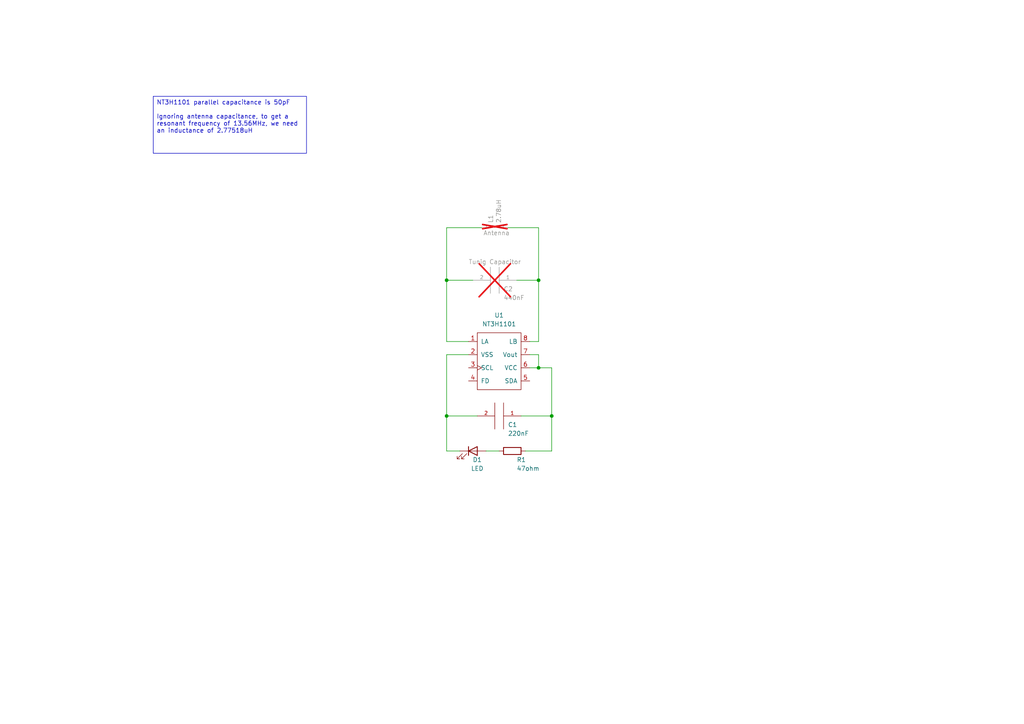
<source format=kicad_sch>
(kicad_sch (version 20231120) (generator "eeschema") (generator_version "8.0")
  (paper "A4")
  (lib_symbols
    (symbol "Device:L" (pin_numbers hide) (pin_names (offset 1.016) hide)
      (property "Reference" "L" (at -1.27 0 90))
      (property "Value" "L" (at 1.905 0 90))
      (symbol "L_0_1"
        (arc (start 0 -2.54) (mid 0.6323 -1.905) (end 0 -1.27))
        (arc (start 0 -1.27) (mid 0.6323 -0.635) (end 0 0))
        (arc (start 0 0) (mid 0.6323 0.635) (end 0 1.27))
        (arc (start 0 1.27) (mid 0.6323 1.905) (end 0 2.54))
      )
      (symbol "L_1_1"
        (pin passive line (at 0 3.81 270) (length 1.27) (name "1") (number "1"))
        (pin passive line (at 0 -3.81 90) (length 1.27) (name "2") (number "2"))
      )
    )
    (symbol "Device:LED" (pin_numbers hide) (pin_names (offset 1.016) hide)
      (property "Reference" "D" (at 0 2.54 0))
      (property "Value" "LED" (at 0 -2.54 0))
      (symbol "LED_0_1"
        (polyline (pts (xy -1.27 -1.27) (xy -1.27 1.27)) (stroke (width 0.254)))
        (polyline (pts (xy -1.27 0) (xy 1.27 0)))
        (polyline (pts (xy 1.27 -1.27) (xy 1.27 1.27) (xy -1.27 0) (xy 1.27 -1.27)) (stroke (width 0.254)))
        (polyline (pts (xy -3.048 -0.762) (xy -4.572 -2.286) (xy -3.81 -2.286) (xy -4.572 -2.286) (xy -4.572 -1.524)))
        (polyline (pts (xy -1.778 -0.762) (xy -3.302 -2.286) (xy -2.54 -2.286) (xy -3.302 -2.286) (xy -3.302 -1.524)))
      )
      (symbol "LED_1_1"
        (pin passive line (at -3.81 0 0) (length 2.54) (name "K") (number "1"))
        (pin passive line (at 3.81 0 180) (length 2.54) (name "A") (number "2"))
      )
    )
    (symbol "Device:R" (pin_numbers hide) (pin_names (offset 0))
      (property "Reference" "R" (at 2.032 0 90))
      (property "Value" "R" (at 0 0 90))
      (symbol "R_0_1"
        (rectangle (start -1.016 -2.54) (end 1.016 2.54) (stroke (width 0.254)))
      )
      (symbol "R_1_1"
        (pin passive line (at 0 3.81 270) (length 1.27) (name "~") (number "1"))
        (pin passive line (at 0 -3.81 90) (length 1.27) (name "~") (number "2"))
      )
    )
    (symbol "business card-rescue:CAP-pspice" (pin_names (offset 0.254))
      (property "Reference" "C" (at 2.54 3.81 90))
      (property "Value" "pspice_CAP" (at 2.54 -3.81 90))
      (symbol "CAP-pspice_0_1"
        (polyline (pts (xy -3.81 -1.27) (xy 3.81 -1.27)))
        (polyline (pts (xy -3.81 1.27) (xy 3.81 1.27)))
      )
      (symbol "CAP-pspice_1_1"
        (pin passive line (at 0 6.35 270) (length 5.08) (name "~") (number "1"))
        (pin passive line (at 0 -6.35 90) (length 5.08) (name "~") (number "2"))
      )
    )
    (symbol "business card-rescue:NT3H1101_NT3H1201-MCU_NXP_NT3H11" (pin_names (offset 1.016))
      (property "Reference" "U?" (at 0 13.97 0))
      (property "Value" "MCU_NXP_NT3H11_NT3H1101_NT3H1201" (at 0 11.43 0))
      (symbol "NT3H1101_NT3H1201-MCU_NXP_NT3H11_0_1"
        (rectangle (start -6.35 8.89) (end 6.35 -7.62))
      )
      (symbol "NT3H1101_NT3H1201-MCU_NXP_NT3H11_1_1"
        (pin input line (at -8.89 6.35 0) (length 2.54) (name "LA") (number "1"))
        (pin output line (at -8.89 2.54 0) (length 2.54) (name "VSS") (number "2"))
        (pin passive clock (at -8.89 -1.27 0) (length 2.54) (name "SCL") (number "3"))
        (pin passive line (at -8.89 -5.08 0) (length 2.54) (name "FD") (number "4"))
        (pin passive line (at 8.89 -5.08 180) (length 2.54) (name "SDA") (number "5"))
        (pin input line (at 8.89 -1.27 180) (length 2.54) (name "VCC") (number "6"))
        (pin power_out line (at 8.89 2.54 180) (length 2.54) (name "Vout") (number "7"))
        (pin input line (at 8.89 6.35 180) (length 2.54) (name "LB") (number "8"))
      )
    )
  )
  (junction (at 129.54 81.28))
  (junction (at 156.21 106.68))
  (junction (at 156.21 81.28))
  (junction (at 129.54 120.65))
  (junction (at 160.02 120.65))
  (wire (pts (xy 160.02 106.68) (xy 156.21 106.68)))
  (wire (pts (xy 160.02 120.65) (xy 160.02 106.68)))
  (wire (pts (xy 147.32 66.04) (xy 156.21 66.04)))
  (wire (pts (xy 129.54 66.04) (xy 129.54 81.28)))
  (wire (pts (xy 133.35 130.81) (xy 129.54 130.81)))
  (wire (pts (xy 135.89 102.87) (xy 129.54 102.87)))
  (wire (pts (xy 153.67 106.68) (xy 156.21 106.68)))
  (wire (pts (xy 156.21 81.28) (xy 156.21 99.06)))
  (wire (pts (xy 129.54 120.65) (xy 138.43 120.65)))
  (wire (pts (xy 156.21 99.06) (xy 153.67 99.06)))
  (wire (pts (xy 129.54 130.81) (xy 129.54 120.65)))
  (wire (pts (xy 160.02 130.81) (xy 160.02 120.65)))
  (wire (pts (xy 135.89 99.06) (xy 129.54 99.06)))
  (wire (pts (xy 129.54 66.04) (xy 139.7 66.04)))
  (wire (pts (xy 149.86 81.28) (xy 156.21 81.28)))
  (wire (pts (xy 156.21 66.04) (xy 156.21 81.28)))
  (wire (pts (xy 144.78 130.81) (xy 140.97 130.81)))
  (wire (pts (xy 156.21 102.87) (xy 153.67 102.87)))
  (wire (pts (xy 129.54 81.28) (xy 137.16 81.28)))
  (wire (pts (xy 151.13 120.65) (xy 160.02 120.65)))
  (wire (pts (xy 156.21 106.68) (xy 156.21 102.87)))
  (wire (pts (xy 152.4 130.81) (xy 160.02 130.81)))
  (wire (pts (xy 129.54 99.06) (xy 129.54 81.28)))
  (wire (pts (xy 129.54 102.87) (xy 129.54 120.65)))
  (text_box "NT3H1101 parallel capacitance is 50pF\n\nIgnoring antenna capacitance, to get a \nresonant frequency of 13.56MHz, we need \nan inductance of 2.77518uH" (at 44.45 27.94 0) (size 44.45 16.51) (effects (font (size 1.27 1.27)) (justify left top)))
  (symbol (lib_id "business card-rescue:CAP-pspice") (at 144.78 120.65 270) (unit 1)
    (property "Reference" "C1" (at 147.32 123.19 90) (effects (justify left)))
    (property "Value" "220nF" (at 147.32 125.73 90) (effects (justify left)))
    (property "Footprint" "Capacitor_SMD:C_0402_1005Metric" (effects (hide yes)))
  )
  (symbol (lib_id "Device:R") (at 148.59 130.81 270) (unit 1)
    (property "Reference" "R1" (at 149.86 133.35 90) (effects (justify left)))
    (property "Value" "47ohm" (at 149.86 135.89 90) (effects (justify left)))
    (property "Footprint" "Capacitor_SMD:C_0402_1005Metric" (effects (hide yes)))
  )
  (symbol (lib_id "Device:LED") (at 137.16 130.81 0) (unit 1)
    (property "Reference" "D1" (at 138.43 133.35 0))
    (property "Value" "LED" (at 138.43 135.89 0))
    (property "Footprint" "Diode_SMD:D_0805_2012Metric" (effects (hide yes)))
    (property "MFG_PART_NUMBER" "150080RS75000" (effects (hide yes)))
  )
  (symbol (lib_id "business card-rescue:NT3H1101_NT3H1201-MCU_NXP_NT3H11") (at 144.78 105.41 0) (unit 1)
    (property "Reference" "U1" (at 144.78 91.44 0))
    (property "Value" "NT3H1101" (at 144.78 93.98 0))
    (property "Footprint" "Package_SO:TSSOP-8_4.4x3mm_P0.65mm" (effects (hide yes)))
    (property "Datasheet" "https://media.digikey.com/pdf/Data%20Sheets/NXP%20PDFs/NT3H1101_NT3H1201_DS.pdf" (effects (hide yes)))
    (property "MFG_PART" "NT3H1101" (effects (hide yes)))
    (property "MFG_PART_NUMBER" "NT3H1101" (effects (hide yes)))
  )
  (symbol (lib_id "Device:L") (at 143.51 66.04 90) (unit 1) (dnp yes)
    (property "Reference" "L1" (at 142.3416 64.7192 0) (effects (justify left)))
    (property "Value" "2.78uH" (at 144.653 64.7192 0) (effects (justify left)))
    (property "Description" "Antenna" (at 144.018 67.564 90))
  )
  (symbol (lib_id "business card-rescue:CAP-pspice") (at 143.51 81.28 270) (unit 1) (dnp yes)
    (property "Reference" "C2" (at 146.05 83.82 90) (effects (justify left)))
    (property "Value" "440nF" (at 146.05 86.36 90) (effects (justify left)))
    (property "Footprint" "Capacitor_SMD:C_0603_1608Metric_Pad1.08x0.95mm_HandSolder" (effects (hide yes)))
    (property "Description" "Tunig Capacitor" (at 143.51 75.946 90))
  )
)
</source>
